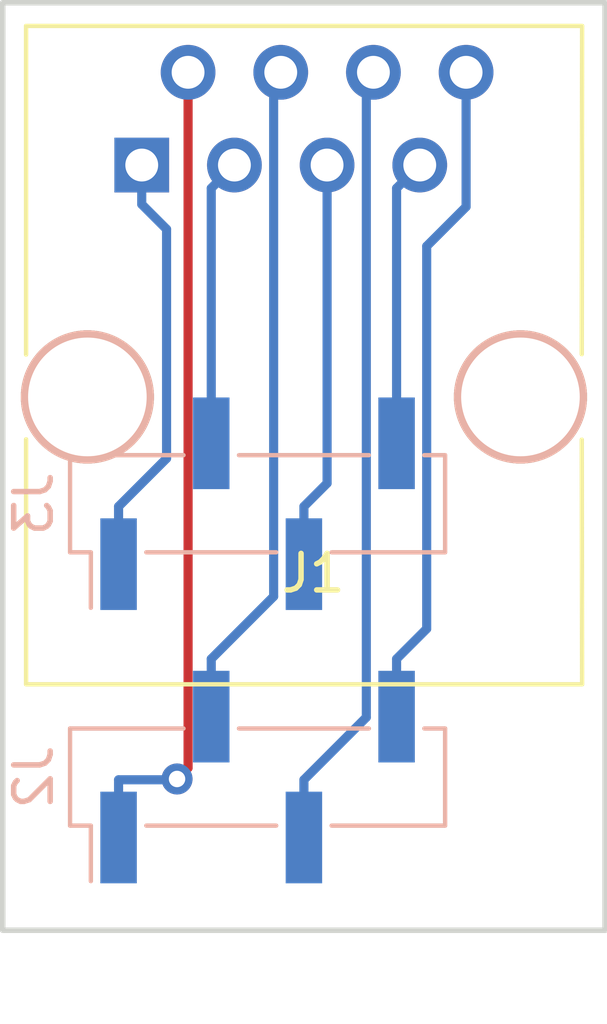
<source format=kicad_pcb>
(kicad_pcb (version 4) (host pcbnew 4.0.7-e2-6376~58~ubuntu16.04.1)

  (general
    (links 8)
    (no_connects 0)
    (area 157.985 93.269999 174.700001 121.392858)
    (thickness 1.6)
    (drawings 4)
    (tracks 31)
    (zones 0)
    (modules 3)
    (nets 9)
  )

  (page A4)
  (layers
    (0 F.Cu signal)
    (31 B.Cu signal)
    (32 B.Adhes user)
    (33 F.Adhes user)
    (34 B.Paste user)
    (35 F.Paste user)
    (36 B.SilkS user)
    (37 F.SilkS user)
    (38 B.Mask user)
    (39 F.Mask user)
    (40 Dwgs.User user)
    (41 Cmts.User user)
    (42 Eco1.User user)
    (43 Eco2.User user)
    (44 Edge.Cuts user)
    (45 Margin user)
    (46 B.CrtYd user)
    (47 F.CrtYd user)
    (48 B.Fab user)
    (49 F.Fab user)
  )

  (setup
    (last_trace_width 0.25)
    (trace_clearance 0.2)
    (zone_clearance 0.508)
    (zone_45_only no)
    (trace_min 0.2)
    (segment_width 0.2)
    (edge_width 0.15)
    (via_size 0.85)
    (via_drill 0.45)
    (via_min_size 0.4)
    (via_min_drill 0.3)
    (uvia_size 0.3)
    (uvia_drill 0.1)
    (uvias_allowed no)
    (uvia_min_size 0.2)
    (uvia_min_drill 0.1)
    (pcb_text_width 0.3)
    (pcb_text_size 1.5 1.5)
    (mod_edge_width 0.15)
    (mod_text_size 1 1)
    (mod_text_width 0.15)
    (pad_size 1.524 1.524)
    (pad_drill 0.762)
    (pad_to_mask_clearance 0.2)
    (aux_axis_origin 0 0)
    (visible_elements FFFFFF7F)
    (pcbplotparams
      (layerselection 0x010f0_80000001)
      (usegerberextensions true)
      (excludeedgelayer true)
      (linewidth 0.100000)
      (plotframeref false)
      (viasonmask false)
      (mode 1)
      (useauxorigin false)
      (hpglpennumber 1)
      (hpglpenspeed 20)
      (hpglpendiameter 15)
      (hpglpenoverlay 2)
      (psnegative false)
      (psa4output false)
      (plotreference true)
      (plotvalue true)
      (plotinvisibletext false)
      (padsonsilk false)
      (subtractmaskfromsilk false)
      (outputformat 1)
      (mirror false)
      (drillshape 0)
      (scaleselection 1)
      (outputdirectory rj45_02x04_2.54_gerber/))
  )

  (net 0 "")
  (net 1 "Net-(J1-Pad1)")
  (net 2 "Net-(J1-Pad2)")
  (net 3 "Net-(J1-Pad3)")
  (net 4 "Net-(J1-Pad4)")
  (net 5 "Net-(J1-Pad5)")
  (net 6 "Net-(J1-Pad6)")
  (net 7 "Net-(J1-Pad7)")
  (net 8 "Net-(J1-Pad8)")

  (net_class Default "This is the default net class."
    (clearance 0.2)
    (trace_width 0.25)
    (via_dia 0.85)
    (via_drill 0.45)
    (uvia_dia 0.3)
    (uvia_drill 0.1)
    (add_net "Net-(J1-Pad1)")
    (add_net "Net-(J1-Pad2)")
    (add_net "Net-(J1-Pad3)")
    (add_net "Net-(J1-Pad4)")
    (add_net "Net-(J1-Pad5)")
    (add_net "Net-(J1-Pad6)")
    (add_net "Net-(J1-Pad7)")
    (add_net "Net-(J1-Pad8)")
  )

  (module Connectors:RJ45_8 (layer F.Cu) (tedit 0) (tstamp 5A4D3DA5)
    (at 161.925 97.79)
    (tags RJ45)
    (path /5A4D2BBF)
    (fp_text reference J1 (at 4.7 11.18) (layer F.SilkS)
      (effects (font (size 1 1) (thickness 0.15)))
    )
    (fp_text value RJ45 (at 4.59 6.25) (layer F.Fab)
      (effects (font (size 1 1) (thickness 0.15)))
    )
    (fp_line (start -3.17 14.22) (end 12.07 14.22) (layer F.SilkS) (width 0.12))
    (fp_line (start 12.07 -3.81) (end 12.06 5.18) (layer F.SilkS) (width 0.12))
    (fp_line (start 12.07 -3.81) (end -3.17 -3.81) (layer F.SilkS) (width 0.12))
    (fp_line (start -3.17 -3.81) (end -3.17 5.19) (layer F.SilkS) (width 0.12))
    (fp_line (start 12.06 7.52) (end 12.07 14.22) (layer F.SilkS) (width 0.12))
    (fp_line (start -3.17 7.51) (end -3.17 14.22) (layer F.SilkS) (width 0.12))
    (fp_line (start -3.56 -4.06) (end 12.46 -4.06) (layer F.CrtYd) (width 0.05))
    (fp_line (start -3.56 -4.06) (end -3.56 14.47) (layer F.CrtYd) (width 0.05))
    (fp_line (start 12.46 14.47) (end 12.46 -4.06) (layer F.CrtYd) (width 0.05))
    (fp_line (start 12.46 14.47) (end -3.56 14.47) (layer F.CrtYd) (width 0.05))
    (pad Hole np_thru_hole circle (at 10.38 6.35) (size 3.65 3.65) (drill 3.25) (layers *.Cu *.SilkS *.Mask))
    (pad Hole np_thru_hole circle (at -1.49 6.35) (size 3.65 3.65) (drill 3.25) (layers *.Cu *.SilkS *.Mask))
    (pad 1 thru_hole rect (at 0 0) (size 1.5 1.5) (drill 0.9) (layers *.Cu *.Mask)
      (net 1 "Net-(J1-Pad1)"))
    (pad 2 thru_hole circle (at 1.27 -2.54) (size 1.5 1.5) (drill 0.9) (layers *.Cu *.Mask)
      (net 2 "Net-(J1-Pad2)"))
    (pad 3 thru_hole circle (at 2.54 0) (size 1.5 1.5) (drill 0.9) (layers *.Cu *.Mask)
      (net 3 "Net-(J1-Pad3)"))
    (pad 4 thru_hole circle (at 3.81 -2.54) (size 1.5 1.5) (drill 0.9) (layers *.Cu *.Mask)
      (net 4 "Net-(J1-Pad4)"))
    (pad 5 thru_hole circle (at 5.08 0) (size 1.5 1.5) (drill 0.9) (layers *.Cu *.Mask)
      (net 5 "Net-(J1-Pad5)"))
    (pad 6 thru_hole circle (at 6.35 -2.54) (size 1.5 1.5) (drill 0.9) (layers *.Cu *.Mask)
      (net 6 "Net-(J1-Pad6)"))
    (pad 7 thru_hole circle (at 7.62 0) (size 1.5 1.5) (drill 0.9) (layers *.Cu *.Mask)
      (net 7 "Net-(J1-Pad7)"))
    (pad 8 thru_hole circle (at 8.89 -2.54) (size 1.5 1.5) (drill 0.9) (layers *.Cu *.Mask)
      (net 8 "Net-(J1-Pad8)"))
    (model ${KISYS3DMOD}/Connectors.3dshapes/RJ45_8.wrl
      (at (xyz 0.18 -0.25 0))
      (scale (xyz 0.4 0.4 0.4))
      (rotate (xyz 0 0 0))
    )
  )

  (module Pin_Headers:Pin_Header_Straight_1x04_Pitch2.54mm_SMD_Pin1Right (layer B.Cu) (tedit 59650532) (tstamp 5A4D3DAD)
    (at 165.1 114.55 270)
    (descr "surface-mounted straight pin header, 1x04, 2.54mm pitch, single row, style 2 (pin 1 right)")
    (tags "Surface mounted pin header SMD 1x04 2.54mm single row style2 pin1 right")
    (path /5A4D2C9D)
    (attr smd)
    (fp_text reference J2 (at 0 6.14 270) (layer B.SilkS)
      (effects (font (size 1 1) (thickness 0.15)) (justify mirror))
    )
    (fp_text value Conn_01x04_Even (at 0 -6.14 270) (layer B.Fab)
      (effects (font (size 1 1) (thickness 0.15)) (justify mirror))
    )
    (fp_line (start 1.27 -5.08) (end -1.27 -5.08) (layer B.Fab) (width 0.1))
    (fp_line (start -1.27 5.08) (end 0.32 5.08) (layer B.Fab) (width 0.1))
    (fp_line (start 1.27 -5.08) (end 1.27 4.13) (layer B.Fab) (width 0.1))
    (fp_line (start 1.27 4.13) (end 0.32 5.08) (layer B.Fab) (width 0.1))
    (fp_line (start -1.27 5.08) (end -1.27 -5.08) (layer B.Fab) (width 0.1))
    (fp_line (start -1.27 1.59) (end -2.54 1.59) (layer B.Fab) (width 0.1))
    (fp_line (start -2.54 1.59) (end -2.54 0.95) (layer B.Fab) (width 0.1))
    (fp_line (start -2.54 0.95) (end -1.27 0.95) (layer B.Fab) (width 0.1))
    (fp_line (start -1.27 -3.49) (end -2.54 -3.49) (layer B.Fab) (width 0.1))
    (fp_line (start -2.54 -3.49) (end -2.54 -4.13) (layer B.Fab) (width 0.1))
    (fp_line (start -2.54 -4.13) (end -1.27 -4.13) (layer B.Fab) (width 0.1))
    (fp_line (start 1.27 4.13) (end 2.54 4.13) (layer B.Fab) (width 0.1))
    (fp_line (start 2.54 4.13) (end 2.54 3.49) (layer B.Fab) (width 0.1))
    (fp_line (start 2.54 3.49) (end 1.27 3.49) (layer B.Fab) (width 0.1))
    (fp_line (start 1.27 -0.95) (end 2.54 -0.95) (layer B.Fab) (width 0.1))
    (fp_line (start 2.54 -0.95) (end 2.54 -1.59) (layer B.Fab) (width 0.1))
    (fp_line (start 2.54 -1.59) (end 1.27 -1.59) (layer B.Fab) (width 0.1))
    (fp_line (start -1.33 5.14) (end 1.33 5.14) (layer B.SilkS) (width 0.12))
    (fp_line (start -1.33 -5.14) (end 1.33 -5.14) (layer B.SilkS) (width 0.12))
    (fp_line (start 1.33 3.05) (end 1.33 -0.51) (layer B.SilkS) (width 0.12))
    (fp_line (start 1.33 -2.03) (end 1.33 -5.14) (layer B.SilkS) (width 0.12))
    (fp_line (start -1.33 5.14) (end -1.33 2.03) (layer B.SilkS) (width 0.12))
    (fp_line (start 1.33 4.57) (end 2.85 4.57) (layer B.SilkS) (width 0.12))
    (fp_line (start 1.33 5.14) (end 1.33 4.57) (layer B.SilkS) (width 0.12))
    (fp_line (start -1.33 -4.57) (end -1.33 -5.14) (layer B.SilkS) (width 0.12))
    (fp_line (start -1.33 0.51) (end -1.33 -3.05) (layer B.SilkS) (width 0.12))
    (fp_line (start -3.45 5.6) (end -3.45 -5.6) (layer B.CrtYd) (width 0.05))
    (fp_line (start -3.45 -5.6) (end 3.45 -5.6) (layer B.CrtYd) (width 0.05))
    (fp_line (start 3.45 -5.6) (end 3.45 5.6) (layer B.CrtYd) (width 0.05))
    (fp_line (start 3.45 5.6) (end -3.45 5.6) (layer B.CrtYd) (width 0.05))
    (fp_text user %R (at 0 0 540) (layer B.Fab)
      (effects (font (size 1 1) (thickness 0.15)) (justify mirror))
    )
    (pad 2 smd rect (at -1.655 1.27 270) (size 2.51 1) (layers B.Cu B.Paste B.Mask)
      (net 4 "Net-(J1-Pad4)"))
    (pad 4 smd rect (at -1.655 -3.81 270) (size 2.51 1) (layers B.Cu B.Paste B.Mask)
      (net 8 "Net-(J1-Pad8)"))
    (pad 1 smd rect (at 1.655 3.81 270) (size 2.51 1) (layers B.Cu B.Paste B.Mask)
      (net 2 "Net-(J1-Pad2)"))
    (pad 3 smd rect (at 1.655 -1.27 270) (size 2.51 1) (layers B.Cu B.Paste B.Mask)
      (net 6 "Net-(J1-Pad6)"))
    (model ${KISYS3DMOD}/Pin_Headers.3dshapes/Pin_Header_Straight_1x04_Pitch2.54mm_SMD_Pin1Right.wrl
      (at (xyz 0 0 0))
      (scale (xyz 1 1 1))
      (rotate (xyz 0 0 0))
    )
  )

  (module Pin_Headers:Pin_Header_Straight_1x04_Pitch2.54mm_SMD_Pin1Right (layer B.Cu) (tedit 59650532) (tstamp 5A4D3DB5)
    (at 165.1 107.065 270)
    (descr "surface-mounted straight pin header, 1x04, 2.54mm pitch, single row, style 2 (pin 1 right)")
    (tags "Surface mounted pin header SMD 1x04 2.54mm single row style2 pin1 right")
    (path /5A4D2C3E)
    (attr smd)
    (fp_text reference J3 (at 0 6.14 270) (layer B.SilkS)
      (effects (font (size 1 1) (thickness 0.15)) (justify mirror))
    )
    (fp_text value Conn_01x04_Even (at 0 -6.14 270) (layer B.Fab)
      (effects (font (size 1 1) (thickness 0.15)) (justify mirror))
    )
    (fp_line (start 1.27 -5.08) (end -1.27 -5.08) (layer B.Fab) (width 0.1))
    (fp_line (start -1.27 5.08) (end 0.32 5.08) (layer B.Fab) (width 0.1))
    (fp_line (start 1.27 -5.08) (end 1.27 4.13) (layer B.Fab) (width 0.1))
    (fp_line (start 1.27 4.13) (end 0.32 5.08) (layer B.Fab) (width 0.1))
    (fp_line (start -1.27 5.08) (end -1.27 -5.08) (layer B.Fab) (width 0.1))
    (fp_line (start -1.27 1.59) (end -2.54 1.59) (layer B.Fab) (width 0.1))
    (fp_line (start -2.54 1.59) (end -2.54 0.95) (layer B.Fab) (width 0.1))
    (fp_line (start -2.54 0.95) (end -1.27 0.95) (layer B.Fab) (width 0.1))
    (fp_line (start -1.27 -3.49) (end -2.54 -3.49) (layer B.Fab) (width 0.1))
    (fp_line (start -2.54 -3.49) (end -2.54 -4.13) (layer B.Fab) (width 0.1))
    (fp_line (start -2.54 -4.13) (end -1.27 -4.13) (layer B.Fab) (width 0.1))
    (fp_line (start 1.27 4.13) (end 2.54 4.13) (layer B.Fab) (width 0.1))
    (fp_line (start 2.54 4.13) (end 2.54 3.49) (layer B.Fab) (width 0.1))
    (fp_line (start 2.54 3.49) (end 1.27 3.49) (layer B.Fab) (width 0.1))
    (fp_line (start 1.27 -0.95) (end 2.54 -0.95) (layer B.Fab) (width 0.1))
    (fp_line (start 2.54 -0.95) (end 2.54 -1.59) (layer B.Fab) (width 0.1))
    (fp_line (start 2.54 -1.59) (end 1.27 -1.59) (layer B.Fab) (width 0.1))
    (fp_line (start -1.33 5.14) (end 1.33 5.14) (layer B.SilkS) (width 0.12))
    (fp_line (start -1.33 -5.14) (end 1.33 -5.14) (layer B.SilkS) (width 0.12))
    (fp_line (start 1.33 3.05) (end 1.33 -0.51) (layer B.SilkS) (width 0.12))
    (fp_line (start 1.33 -2.03) (end 1.33 -5.14) (layer B.SilkS) (width 0.12))
    (fp_line (start -1.33 5.14) (end -1.33 2.03) (layer B.SilkS) (width 0.12))
    (fp_line (start 1.33 4.57) (end 2.85 4.57) (layer B.SilkS) (width 0.12))
    (fp_line (start 1.33 5.14) (end 1.33 4.57) (layer B.SilkS) (width 0.12))
    (fp_line (start -1.33 -4.57) (end -1.33 -5.14) (layer B.SilkS) (width 0.12))
    (fp_line (start -1.33 0.51) (end -1.33 -3.05) (layer B.SilkS) (width 0.12))
    (fp_line (start -3.45 5.6) (end -3.45 -5.6) (layer B.CrtYd) (width 0.05))
    (fp_line (start -3.45 -5.6) (end 3.45 -5.6) (layer B.CrtYd) (width 0.05))
    (fp_line (start 3.45 -5.6) (end 3.45 5.6) (layer B.CrtYd) (width 0.05))
    (fp_line (start 3.45 5.6) (end -3.45 5.6) (layer B.CrtYd) (width 0.05))
    (fp_text user %R (at 0 0 540) (layer B.Fab)
      (effects (font (size 1 1) (thickness 0.15)) (justify mirror))
    )
    (pad 2 smd rect (at -1.655 1.27 270) (size 2.51 1) (layers B.Cu B.Paste B.Mask)
      (net 3 "Net-(J1-Pad3)"))
    (pad 4 smd rect (at -1.655 -3.81 270) (size 2.51 1) (layers B.Cu B.Paste B.Mask)
      (net 7 "Net-(J1-Pad7)"))
    (pad 1 smd rect (at 1.655 3.81 270) (size 2.51 1) (layers B.Cu B.Paste B.Mask)
      (net 1 "Net-(J1-Pad1)"))
    (pad 3 smd rect (at 1.655 -1.27 270) (size 2.51 1) (layers B.Cu B.Paste B.Mask)
      (net 5 "Net-(J1-Pad5)"))
    (model ${KISYS3DMOD}/Pin_Headers.3dshapes/Pin_Header_Straight_1x04_Pitch2.54mm_SMD_Pin1Right.wrl
      (at (xyz 0 0 0))
      (scale (xyz 1 1 1))
      (rotate (xyz 0 0 0))
    )
  )

  (gr_line (start 158.115 118.745) (end 158.115 93.345) (layer Edge.Cuts) (width 0.15))
  (gr_line (start 174.625 118.745) (end 158.115 118.745) (layer Edge.Cuts) (width 0.15))
  (gr_line (start 174.625 93.345) (end 174.625 118.745) (layer Edge.Cuts) (width 0.15))
  (gr_line (start 158.115 93.345) (end 174.625 93.345) (layer Edge.Cuts) (width 0.15))

  (segment (start 162.6056 99.5459) (end 161.925 98.8653) (width 0.25) (layer B.Cu) (net 1))
  (segment (start 162.6056 105.8241) (end 162.6056 99.5459) (width 0.25) (layer B.Cu) (net 1))
  (segment (start 161.29 107.1397) (end 162.6056 105.8241) (width 0.25) (layer B.Cu) (net 1))
  (segment (start 161.29 108.72) (end 161.29 107.1397) (width 0.25) (layer B.Cu) (net 1))
  (segment (start 161.925 97.79) (end 161.925 98.8653) (width 0.25) (layer B.Cu) (net 1))
  (via (at 162.8926 114.6024) (size 0.85) (layers F.Cu B.Cu) (net 2))
  (segment (start 161.29 116.205) (end 161.29 114.6247) (width 0.25) (layer B.Cu) (net 2))
  (segment (start 162.8703 114.6247) (end 162.8926 114.6024) (width 0.25) (layer B.Cu) (net 2))
  (segment (start 161.29 114.6247) (end 162.8703 114.6247) (width 0.25) (layer B.Cu) (net 2))
  (segment (start 163.195 114.3) (end 162.8926 114.6024) (width 0.25) (layer F.Cu) (net 2))
  (segment (start 163.195 95.25) (end 163.195 114.3) (width 0.25) (layer F.Cu) (net 2))
  (segment (start 163.83 98.425) (end 164.465 97.79) (width 0.25) (layer B.Cu) (net 3))
  (segment (start 163.83 105.41) (end 163.83 98.425) (width 0.25) (layer B.Cu) (net 3))
  (segment (start 165.5404 95.4446) (end 165.735 95.25) (width 0.25) (layer B.Cu) (net 4))
  (segment (start 165.5404 109.6043) (end 165.5404 95.4446) (width 0.25) (layer B.Cu) (net 4))
  (segment (start 163.83 111.3147) (end 165.5404 109.6043) (width 0.25) (layer B.Cu) (net 4))
  (segment (start 163.83 112.895) (end 163.83 111.3147) (width 0.25) (layer B.Cu) (net 4))
  (segment (start 167.005 106.5047) (end 167.005 97.79) (width 0.25) (layer B.Cu) (net 5))
  (segment (start 166.37 107.1397) (end 167.005 106.5047) (width 0.25) (layer B.Cu) (net 5))
  (segment (start 166.37 108.72) (end 166.37 107.1397) (width 0.25) (layer B.Cu) (net 5))
  (segment (start 168.0804 95.4446) (end 168.275 95.25) (width 0.25) (layer B.Cu) (net 6))
  (segment (start 168.0804 112.9143) (end 168.0804 95.4446) (width 0.25) (layer B.Cu) (net 6))
  (segment (start 166.37 114.6247) (end 168.0804 112.9143) (width 0.25) (layer B.Cu) (net 6))
  (segment (start 166.37 116.205) (end 166.37 114.6247) (width 0.25) (layer B.Cu) (net 6))
  (segment (start 168.91 98.425) (end 169.545 97.79) (width 0.25) (layer B.Cu) (net 7))
  (segment (start 168.91 105.41) (end 168.91 98.425) (width 0.25) (layer B.Cu) (net 7))
  (segment (start 170.815 98.9321) (end 170.815 95.25) (width 0.25) (layer B.Cu) (net 8))
  (segment (start 169.7353 100.0118) (end 170.815 98.9321) (width 0.25) (layer B.Cu) (net 8))
  (segment (start 169.7353 110.4894) (end 169.7353 100.0118) (width 0.25) (layer B.Cu) (net 8))
  (segment (start 168.91 111.3147) (end 169.7353 110.4894) (width 0.25) (layer B.Cu) (net 8))
  (segment (start 168.91 112.895) (end 168.91 111.3147) (width 0.25) (layer B.Cu) (net 8))

)

</source>
